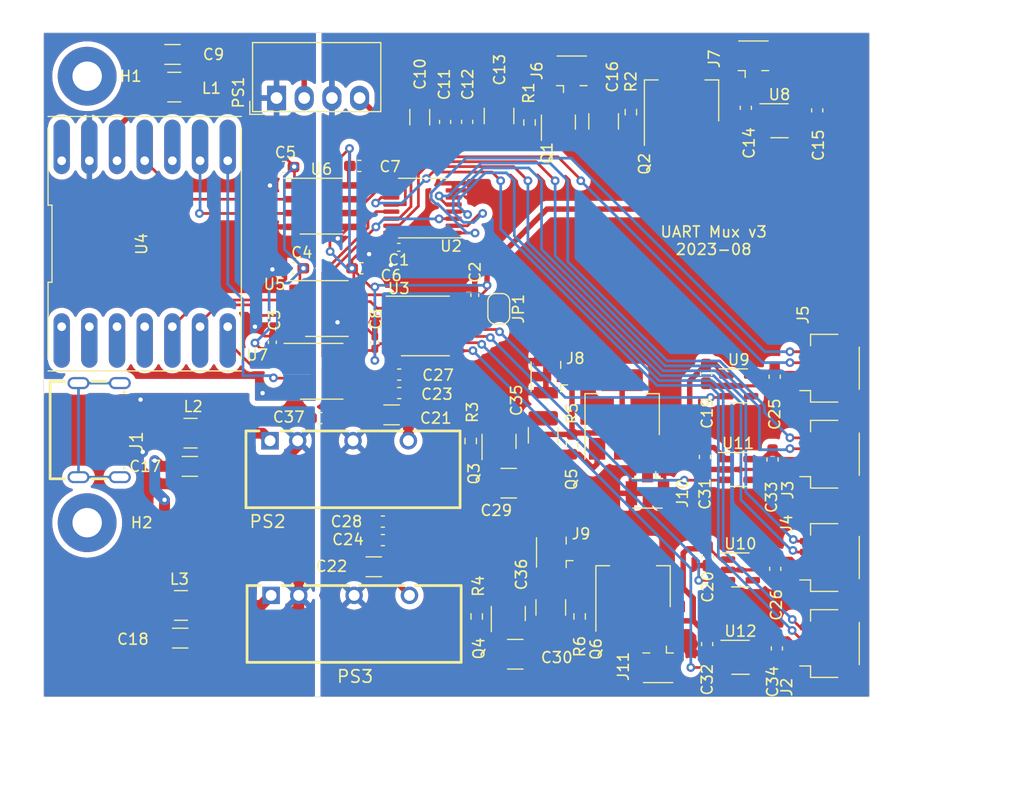
<source format=kicad_pcb>
(kicad_pcb (version 20221018) (generator pcbnew)
  (layers (0 "F.Cu" signal) (31 "B.Cu" signal) (34 "B.Paste" user) (35 "F.Paste" user) (36 "B.SilkS" user "B.Silkscreen") (37 "F.SilkS" user "F.Silkscreen") (38 "B.Mask" user) (39 "F.Mask" user) (44 "Edge.Cuts" user))
  (net 0 "")
  (net 1 "GND")
  (net 2 "Net-(PS1-+Vout)")
  (net 3 "Net-(Q1-B)")
  (net 4 "Net-(J7-In)")
  (net 5 "Net-(Q2-B)")
  (net 6 "/uart_power/power_in")
  (net 7 "/uart_power/gnd_in")
  (net 8 "Net-(J9-In)")
  (net 9 "Net-(PS3-+Vout)")
  (net 10 "VD")
  (net 11 "/A")
  (net 12 "/B")
  (net 13 "GNDPWR")
  (net 14 "Net-(Q3-B)")
  (net 15 "Net-(Q4-B)")
  (net 16 "Net-(J6-In)")
  (net 17 "Net-(J8-In)")
  (net 18 "Net-(PS1-+Vin)")
  (net 19 "Net-(PS3-+Vin)")
  (net 20 "/sda_mc")
  (net 21 "/scl_mc")
  (net 22 "/B_mc")
  (net 23 "/A_mc")
  (net 27 "Net-(J11-In)")
  (net 28 "Net-(PS2-+Vout)")
  (net 29 "Net-(Q5-B)")
  (net 30 "Net-(Q6-B)")
  (net 31 "Net-(J10-In)")
  (net 32 "Net-(PS2-+Vin)")
  (net 35 "/tx_mc")
  (net 36 "/rx_mc")
  (net 45 "/Vout0")
  (net 46 "/Vout2")
  (net 47 "/Vout1")
  (net 48 "/Vout3")
  (net 49 "/X0")
  (net 50 "/X1")
  (net 51 "/Y1")
  (net 52 "/X2")
  (net 53 "/Y2")
  (net 54 "/X3")
  (net 55 "/Y3")
  (net 56 "/Y0")
  (net 57 "/ena3")
  (net 58 "/ena2")
  (net 59 "/ena1")
  (net 60 "/ena0")
  (net 61 "VCC")
  (net 62 "Net-(JP1-A)")
  (net 63 "/scl")
  (net 64 "/sda")
  (net 65 "unconnected-(J1-SHIELD-Pad0)")
  (net 68 "/Sheet626DA5AD/rx")
  (net 69 "/Sheet626DA5AD/tx")
  (footprint "Capacitor_SMD:C_0402_1005Metric_Pad0.74x0.62mm_HandSolder" (layer "F.Cu") (at 120.601191 79.70925 180)
    (fp_text reference "C1")
    (fp_text value "100nF_0402")
  )
  (footprint "Connector_JST:JST_SH_SM04B-SRSS-TB_1x04-1MP_P1.00mm_Horizontal" (layer "F.Cu") (at 160.175 90.8125 90)
    (fp_text reference "J5")
    (fp_text value "JST_SH_Conn_01x04_i2c_uart_horizontal")
  )
  (footprint "Connector_JST:JST_SH_SM04B-SRSS-TB_1x04-1MP_P1.00mm_Horizontal" (layer "F.Cu") (at 160.175 98.7125 90)
    (fp_text reference "J3")
    (fp_text value "JST_SH_Conn_01x04_i2c_uart_horizontal")
  )
  (footprint "Connector_JST:JST_SH_SM04B-SRSS-TB_1x04-1MP_P1.00mm_Horizontal" (layer "F.Cu") (at 160.175 108.2 90)
    (fp_text reference "J4")
    (fp_text value "JST_SH_Conn_01x04_i2c_uart_horizontal")
  )
  (footprint "Connector_JST:JST_SH_SM04B-SRSS-TB_1x04-1MP_P1.00mm_Horizontal" (layer "F.Cu") (at 160.175 116.1 90)
    (fp_text reference "J2")
    (fp_text value "JST_SH_Conn_01x04_i2c_uart_horizontal")
  )
  (footprint "Connector_Coaxial:U.FL_Hirose_U.FL-R-SMT-1_Vertical" (layer "F.Cu") (at 153.15 62.6 90)
    (fp_text reference "J7")
    (fp_text value "Conn_Coaxial")
  )
  (footprint "Connector_Coaxial:U.FL_Hirose_U.FL-R-SMT-1_Vertical" (layer "F.Cu") (at 143.425 101.825 -90)
    (fp_text reference "J10")
    (fp_text value "Conn_Coaxial")
  )
  (footprint "Package_SO:TSSOP-16_4.4x5mm_P0.65mm" (layer "F.Cu") (at 122.776191 76.10925 180)
    (fp_text reference "U2")
    (fp_text value "4052")
  )
  (footprint "Capacitor_SMD:C_0603_1608Metric_Pad1.08x0.95mm_HandSolder" (layer "F.Cu") (at 110.975 81.6375 180)
    (fp_text reference "C4")
    (fp_text value "100nF")
  )
  (footprint "Capacitor_SMD:C_0603_1608Metric_Pad1.08x0.95mm_HandSolder" (layer "F.Cu") (at 117.175 81.6375 180)
    (fp_text reference "C6")
    (fp_text value "100nF")
  )
  (footprint "Capacitor_SMD:C_0603_1608Metric_Pad1.08x0.95mm_HandSolder" (layer "F.Cu") (at 116.975 72.2375 180)
    (fp_text reference "C7")
    (fp_text value "100nF")
  )
  (footprint "Capacitor_SMD:C_0603_1608Metric_Pad1.08x0.95mm_HandSolder" (layer "F.Cu") (at 110.075 72.3375 180)
    (fp_text reference "C5")
    (fp_text value "100nF")
  )
  (footprint "Connector_Coaxial:U.FL_Hirose_U.FL-R-SMT-1_Vertical" (layer "F.Cu") (at 136.475 63.98 90)
    (fp_text reference "J6")
    (fp_text value "Conn_Coaxial")
  )
  (footprint "MountingHole:MountingHole_2.7mm_M2.5_Pad" (layer "F.Cu") (at 92 64)
    (fp_text reference "H1")
    (fp_text value "MountingHole")
  )
  (footprint "MountingHole:MountingHole_2.7mm_M2.5_Pad" (layer "F.Cu") (at 92 105)
    (fp_text reference "H2")
    (fp_text value "MountingHole")
  )
  (footprint "Resistor_SMD:R_0603_1608Metric_Pad0.98x0.95mm_HandSolder" (layer "F.Cu") (at 127.75 113.6125 -90)
    (fp_text reference "R4")
    (fp_text value "1K")
  )
  (footprint "Package_TO_SOT_SMD:SOT-23" (layer "F.Cu") (at 130.65 113.3425 90)
    (fp_text reference "Q4")
    (fp_text value "BC847C")
  )
  (footprint "Package_SO:TSSOP-16_4.4x5mm_P0.65mm" (layer "F.Cu") (at 123.038691 86.93425)
    (fp_text reference "U3")
    (fp_text value "PCA8550PW,112")
  )
  (footprint "Jumper:SolderJumper-2_P1.3mm_Open_RoundedPad1.0x1.5mm" (layer "F.Cu") (at 129.776191 85.35925 -90)
    (fp_text reference "JP1")
    (fp_text value "SolderJumper_2_Open")
  )
  (footprint "Capacitor_SMD:C_1210_3225Metric_Pad1.33x2.70mm_HandSolder" (layer "F.Cu") (at 131.2875 117.0825)
    (fp_text reference "C30")
    (fp_text value "47uF")
  )
  (footprint "Capacitor_SMD:C_0603_1608Metric_Pad1.08x0.95mm_HandSolder" (layer "F.Cu") (at 126.875 68.1875 -90)
    (fp_text reference "C12")
    (fp_text value "10nF")
  )
  (footprint "Capacitor_SMD:C_0603_1608Metric_Pad1.08x0.95mm_HandSolder" (layer "F.Cu") (at 119.1375 106.6)
    (fp_text reference "C24")
    (fp_text value "100nF")
  )
  (footprint "Resistor_SMD:R_0603_1608Metric_Pad0.98x0.95mm_HandSolder" (layer "F.Cu") (at 127.2 97.5 -90)
    (fp_text reference "R3")
    (fp_text value "1K")
  )
  (footprint "Resistor_SMD:R_0603_1608Metric_Pad0.98x0.95mm_HandSolder" (layer "F.Cu") (at 141.9 67.3 -90)
    (fp_text reference "R2")
    (fp_text value "1K")
  )
  (footprint "Package_TO_SOT_SMD:SOT-23-5" (layer "F.Cu") (at 151.8 92.4375)
    (fp_text reference "U9")
    (fp_text value "LP5907MFX-3.3")
  )
  (footprint "Capacitor_SMD:C_0603_1608Metric_Pad1.08x0.95mm_HandSolder" (layer "F.Cu") (at 120.6375 91.4)
    (fp_text reference "C27")
    (fp_text value "10nF")
  )
  (footprint "Package_TO_SOT_SMD:SOT-223-3_TabPin2" (layer "F.Cu") (at 146.55 66.25 90)
    (fp_text reference "Q2")
    (fp_text value "FZT851TA")
  )
  (footprint "Capacitor_SMD:C_1206_3216Metric_Pad1.33x1.80mm_HandSolder" (layer "F.Cu") (at 99.8375 62)
    (fp_text reference "C9")
    (fp_text value "4.7uF_1206_50V")
  )
  (footprint "0my_footprints7:PWRM-TH_B0505S-2WR2_C2992385" (layer "F.Cu") (at 115.13 97.475)
    (fp_text reference "PS2")
    (fp_text value "B0505S-2WR2" hide)
  )
  (footprint "Capacitor_SMD:C_0603_1608Metric_Pad1.08x0.95mm_HandSolder" (layer "F.Cu") (at 148.7 98.9625 -90)
    (fp_text reference "C31")
    (fp_text value "1uF")
  )
  (footprint "Inductor_SMD:L_1210_3225Metric_Pad1.42x2.65mm_HandSolder" (layer "F.Cu") (at 100.6125 112.6 180)
    (fp_text reference "L3")
    (fp_text value "6.8uH")
  )
  (footprint "Capacitor_SMD:C_1206_3216Metric_Pad1.33x1.80mm_HandSolder" (layer "F.Cu") (at 118.3075 109.05 180)
    (fp_text reference "C22")
    (fp_text value "10uF_1206_50V")
  )
  (footprint "Connector_Coaxial:U.FL_Hirose_U.FL-R-SMT-1_Vertical" (layer "F.Cu") (at 135.075 107.725 180)
    (fp_text reference "J9")
    (fp_text value "Conn_Coaxial")
  )
  (footprint "Package_TO_SOT_SMD:SOT-23-5" (layer "F.Cu") (at 151.9625 117.3625)
    (fp_text reference "U12")
    (fp_text value "LP5907MFX-3.3")
  )
  (footprint "Inductor_SMD:L_1210_3225Metric_Pad1.42x2.65mm_HandSolder" (layer "F.Cu") (at 101.4875 96.78 180)
    (fp_text reference "L2")
    (fp_text value "6.8uH")
  )
  (footprint "Converter_DCDC:Converter_DCDC_Murata_MEE1SxxxxSC_THT" (layer "F.Cu") (at 109.38 66 90)
    (fp_text reference "PS1")
    (fp_text value "B0305S")
  )
  (footprint "Capacitor_SMD:C_0603_1608Metric_Pad1.08x0.95mm_HandSolder" (layer "F.Cu") (at 119.1375 104.9)
    (fp_text reference "C28")
    (fp_text value "10nF")
  )
  (footprint "Capacitor_SMD:C_0603_1608Metric_Pad1.08x0.95mm_HandSolder" (layer "F.Cu") (at 148.95 108.075 -90)
    (fp_text reference "C20")
    (fp_text value "1uF")
  )
  (footprint "Capacitor_SMD:C_0402_1005Metric_Pad0.74x0.62mm_HandSolder" (layer "F.Cu") (at 127.576191 84.10925 90)
    (fp_text reference "C2")
    (fp_text value "100nF_0402")
  )
  (footprint "Package_SO:SOIC-8_3.9x4.9mm_P1.27mm" (layer "F.Cu") (at 113.5 75.9325)
    (fp_text reference "U6")
    (fp_text value "PI120")
  )
  (footprint "Package_SO:SOIC-8_3.9x4.9mm_P1.27mm" (layer "F.Cu") (at 114 85.3325)
    (fp_text reference "U5")
    (fp_text value "ISO1541")
  )
  (footprint "Capacitor_SMD:C_1210_3225Metric_Pad1.33x2.70mm_HandSolder" (layer "F.Cu") (at 129.8 67.65 90)
    (fp_text reference "C13")
    (fp_text value "47uF")
  )
  (footprint "Capacitor_SMD:C_0603_1608Metric_Pad1.08x0.95mm_HandSolder" (layer "F.Cu") (at 148.9 116.15 -90)
    (fp_text reference "C32")
    (fp_text value "1uF")
  )
  (footprint "Resistor_SMD:R_0603_1608Metric_Pad0.98x0.95mm_HandSolder" (layer "F.Cu") (at 132.6 68.25 -90)
    (fp_text reference "R1")
    (fp_text value "1K")
  )
  (footprint "Package_TO_SOT_SMD:SOT-23-5" (layer "F.Cu") (at 155.5375 68.0875)
    (fp_text reference "U8")
    (fp_text value "LP5907MFX-3.3")
  )
  (footprint "0my_footprints7:DIP-XIAO-QTPY" (layer "F.Cu") (at 97.28 79.38)
    (fp_text reference "U4")
    (fp_text value "seeed_rp2040")
  )
  (footprint "Capacitor_SMD:C_1206_3216Metric_Pad1.33x1.80mm_HandSolder" (layer "F.Cu") (at 101.425 99.83)
    (fp_text reference "C17")
    (fp_text value "4.7uF_1206_50V")
  )
  (footprint "Capacitor_SMD:C_0603_1608Metric_Pad1.08x0.95mm_HandSolder" (layer "F.Cu") (at 154.9 99.2 -90)
    (fp_text reference "C33")
    (fp_text value "1uF")
  )
  (footprint "0my_footprints6:USB-C-SMD_TYPE-603-T3" (layer "F.Cu") (at 93.103 96.5 -90)
    (fp_text reference "J1")
    (fp_text value "USB_C_TYPE_603_T3" hide)
  )
  (footprint "Capacitor_SMD:C_0603_1608Metric_Pad1.08x0.95mm_HandSolder" (layer "F.Cu") (at 152.45 66.9 -90)
    (fp_text reference "C14")
    (fp_text value "1uF")
  )
  (footprint "Package_TO_SOT_SMD:SOT-223-3_TabPin2" (layer "F.Cu") (at 141.1 95.0625 90)
    (fp_text reference "Q5")
    (fp_text value "FZT851TA")
  )
  (footprint "Capacitor_SMD:C_1210_3225Metric_Pad1.33x2.70mm_HandSolder" (layer "F.Cu") (at 139.4 68.15 90)
    (fp_text reference "C16")
    (fp_text value "47uF")
  )
  (footprint "Package_TO_SOT_SMD:SOT-23-5" (layer "F.Cu") (at 151.95 109.3375)
    (fp_text reference "U10")
    (fp_text value "LP5907MFX-3.3")
  )
  (footprint "Inductor_SMD:L_1210_3225Metric_Pad1.42x2.65mm_HandSolder" (layer "F.Cu") (at 100 65 180)
    (fp_text reference "L1")
    (fp_text value "6.8uH")
  )
  (footprint "Capacitor_SMD:C_0402_1005Metric_Pad0.74x0.62mm_HandSolder" (layer "F.Cu") (at 118.4 88.4675 90)
    (fp_text reference "C8")
    (fp_text value "100nF_0402")
  )
  (footprint "Capacitor_SMD:C_1210_3225Metric_Pad1.33x2.70mm_HandSolder" (layer "F.Cu") (at 133.85 96.975 90)
    (fp_text reference "C35")
    (fp_text value "47uF")
  )
  (footprint "0my_footprints7:PWRM-TH_B0505S-2WR2_C2992385" (layer "F.Cu") (at 115.23 111.675)
    (fp_text reference "PS3")
    (fp_text value "B0505S-2WR2" hide)
  )
  (footprint "Capacitor_SMD:C_0603_1608Metric_Pad1.08x0.95mm_HandSolder" (layer "F.Cu") (at 124.85 68.2 -90)
    (fp_text reference "C11")
    (fp_text value "100nF")
  )
  (footprint "Connector_Coaxial:U.FL_Hirose_U.FL-R-SMT-1_Vertical" (layer "F.Cu") (at 144.4 117.85 -90)
    (fp_text reference "J11")
    (fp_text value "Conn_Coaxial")
  )
  (footprint "Resistor_SMD:R_0603_1608Metric_Pad0.98x0.95mm_HandSolder" (layer "F.Cu") (at 137.2 113.6125 -90)
    (fp_text reference "R6")
    (fp_text value "1K")
  )
  (footprint "Package_SO:SOIC-8_3.9x4.9mm_P1.27mm" (layer "F.Cu") (at 113.525 91.095)
    (fp_text reference "U7")
    (fp_text value "PI121")
  )
  (footprint "Package_TO_SOT_SMD:SOT-23-5" (layer "F.Cu") (at 151.7375 100.1125)
    (fp_text reference "U11")
    (fp_text value "LP5907MFX-3.3")
  )
  (footprint "Connector_Coaxial:U.FL_Hirose_U.FL-R-SMT-1_Vertical" (layer "F.Cu") (at 134.575 91.5875 180)
    (fp_text reference "J8")
    (fp_text value "Conn_Coaxial")
  )
  (footprint "Package_TO_SOT_SMD:SOT-23" (layer "F.Cu") (at 135.25 68.2125 90)
    (fp_text reference "Q1")
    (fp_text value "BC847C")
  )
  (footprint "Capacitor_SMD:C_0603_1608Metric_Pad1.08x0.95mm_HandSolder" (layer "F.Cu") (at 155.15 109.2375 -90)
    (fp_text reference "C26")
    (fp_text value "1uF")
  )
  (footprint "Capacitor_SMD:C_0603_1608Metric_Pad1.08x0.95mm_HandSolder" (layer "F.Cu") (at 148.8 91.3375 -90)
    (fp_text reference "C19")
    (fp_text value "1uF")
  )
  (footprint "Capacitor_SMD:C_1206_3216Metric_Pad1.33x1.80mm_HandSolder" (layer "F.Cu") (at 100.5375 115.6)
    (fp_text reference "C18")
    (fp_text value "4.7uF_1206_50V")
  )
  (footprint "Capacitor_SMD:C_0603_1608Metric_Pad1.08x0.95mm_HandSolder" (layer "F.Cu") (at 155.1 91.6 -90)
    (fp_text reference "C25")
    (fp_text value "1uF")
  )
  (footprint "Resistor_SMD:R_0603_1608Metric_Pad0.98x0.95mm_HandSolder" (layer "F.Cu") (at 136.5 97.805 -90)
    (fp_text reference "R5")
    (fp_text value "1K")
  )
  (footprint "Capacitor_SMD:C_0603_1608Metric_Pad1.08x0.95mm_HandSolder" (layer "F.Cu") (at 113.4 95.4)
    (fp_text reference "C37")
    (fp_text value "1nF")
  )
  (footprint "Capacitor_SMD:C_1210_3225Metric_Pad1.33x2.70mm_HandSolder" (layer "F.Cu") (at 130.6875 101.3725)
    (fp_text reference "C29")
    (fp_text value "47uF")
  )
  (footprint "Capacitor_SMD:C_1206_3216Metric_Pad1.33x1.80mm_HandSolder" (layer "F.Cu") (at 122.525 67.7625 90)
    (fp_text reference "C10")
    (fp_text value "10uF_1206_50V")
  )
  (footprint "Capacitor_SMD:C_1210_3225Metric_Pad1.33x2.70mm_HandSolder" (layer "F.Cu") (at 134.55 112.7825 90)
    (fp_text reference "C36")
    (fp_text value "47uF")
  )
  (footprint "Capacitor_SMD:C_0603_1608Metric_Pad1.08x0.95mm_HandSolder" (layer "F.Cu") (at 159 67.1375 -90)
    (fp_text reference "C15")
    (fp_text value "1uF")
  )
  (footprint "Capacitor_SMD:C_0603_1608Metric_Pad1.08x0.95mm_HandSolder" (layer "F.Cu") (at 120.6375 93.1)
    (fp_text reference "C23")
    (fp_text value "100nF")
  )
  (footprint "Package_TO_SOT_SMD:SOT-223-3_TabPin2" (layer "F.Cu") (at 142.1 110.8625 90)
    (fp_text reference "Q6")
    (fp_text value "FZT851TA")
  )
  (footprint "Capacitor_SMD:C_0402_1005Metric_Pad0.74x0.62mm_HandSolder" (layer "F.Cu") (at 109 88.4325 90)
    (fp_text reference "C3")
    (fp_text value "100nF_0402")
  )
  (footprint "Capacitor_SMD:C_1206_3216Metric_Pad1.33x1.80mm_HandSolder" (layer "F.Cu") (at 119.9375 95.1 180)
    (fp_text reference "C21")
    (fp_text value "10uF_1206_50V")
  )
  (footprint "Package_TO_SOT_SMD:SOT-23" (layer "F.Cu") (at 129.8 97.535 90)
    (fp_text reference "Q3")
    (fp_text value "BC847C")
  )
  (footprint "Capacitor_SMD:C_0603_1608Metric_Pad1.08x0.95mm_HandSolder" (layer "F.Cu") (at 155.3 116.55 -90)
    (fp_text reference "C34")
    (fp_text value "1uF")
  )
  (gr_rect (start 88 60) (end 163.8 121) (stroke (width 0.05)) (fill none) (layer "Edge.Cuts"))
  (gr_text "UART Mux v3\n2023-08" (at 149.5 79.1) (layer "F.SilkS") (effects (font (size 1 1))))
  (segment (start 118.05 81.6375) (end 119.575 81.6375) (width 0.25) (layer "F.Cu") (net 1))
  (segment (start 115.975 77.9245) (end 114.9995 78.9) (width 0.25) (layer "F.Cu") (net 1))
  (segment (start 119.575 81.6375) (end 119.875 81.3375) (width 0.25) (layer "F.Cu") (net 1))
  (segment (start 150.6625 92.4375) (end 149.0375 92.4375) (width 0.5) (layer "F.Cu") (net 1))
  (segment (start 154.3875 109.3375) (end 155.15 110.1) (width 0.25) (layer "F.Cu") (net 1))
  (segment (start 129.176191 86.60925) (end 125.901191 86.60925) (width 0.25) (layer "F.Cu") (net 1))
  (segment (start 149.35 109.3375) (end 148.95 108.9375) (width 0.25) (layer "F.Cu") (net 1))
  (segment (start 150.8125 109.3375) (end 154.3875 109.3375) (width 0.25) (layer "F.Cu") (net 1))
  (segment (start 148.1125 117.0125) (end 147.5 116.4) (width 0.25) (layer "F.Cu") (net 1))
  (segment (start 115.612 87.2375) (end 114.9745 86.6) (width 0.25) (layer "F.Cu") (net 1))
  (segment (start 115.975 77.8375) (end 115.975 77.9245) (width 0.25) (layer "F.Cu") (net 1))
  (segment (start 116.475 87.2375) (end 115.612 87.2375) (width 0.25) (layer "F.Cu") (net 1))
  (segment (start 118.05 81.6375) (end 118.05 80.5125) (width 0.25) (layer "F.Cu") (net 1))
  (segment (start 150.6 100.1125) (end 148.9875 100.1125) (width 0.5) (layer "F.Cu") (net 1))
  (segment (start 118.05 80.5125) (end 117.875 80.3375) (width 0.25) (layer "F.Cu") (net 1))
  (segment (start 116.475 87.2375) (end 117.7375 87.2375) (width 0.25) (layer "F.Cu") (net 1))
  (segment (start 149.0375 92.4375) (end 148.8 92.2) (width 0.5) (layer "F.Cu") (net 1))
  (segment (start 117.7375 87.2375) (end 118.4 87.9) (width 0.25) (layer "F.Cu") (net 1))
  (segment (start 152.775 68.0875) (end 152.45 67.7625) (width 0.25) (layer "F.Cu") (net 1))
  (segment (start 148.9 117.0125) (end 148.1125 117.0125) (width 0.25) (layer "F.Cu") (net 1))
  (segment (start 150.8125 109.3375) (end 149.35 109.3375) (width 0.25) (layer "F.Cu") (net 1))
  (segment (start 148.9875 100.1125) (end 148.7 99.825) (width 0.5) (layer "F.Cu") (net 1))
  (segment (start 129.776191 86.00925) (end 129.176191 86.60925) (width 0.25) (layer "F.Cu") (net 1))
  (segment (start 154.4 68.0875) (end 152.775 68.0875) (width 0.25) (layer "F.Cu") (net 1))
  (via (at 114.9745 86.6) (size 0.8) (drill 0.4) (layers "F.Cu" "B.Cu") (net 1))
  (via (at 114.9995 78.9) (size 0.8) (drill 0.4) (layers "F.Cu" "B.Cu") (net 1))
  (via (at 119.875 81.3375) (size 0.8) (drill 0.4) (layers "F.Cu" "B.Cu") (net 1))
  (via (at 117.875 80.3375) (size 0.8) (drill 0.4) (layers "F.Cu" "B.Cu") (net 1))
  (segment (start 117.225451 79.687951) (end 117.225451 77.449951) (width 0.25) (layer "B.Cu") (net 1))
  (segment (start 117.875 80.3375) (end 117.225451 79.687951) (width 0.25) (layer "B.Cu") (net 1))
  (segment (start 135.1875 67.3375) (end 135.25 67.275) (width 0.5) (layer "F.Cu") (net 2))
  (segment (start 126.8625 69.0625) (end 126.875 69.05) (width 0.5) (layer "F.Cu") (net 2))
  (segment (start 128.325 67.6) (end 132.3375 67.6) (width 0.5) (layer "F.Cu") (net 2))
  (segment (start 132.3375 67.6) (end 132.6 67.3375) (width 0.5) (layer "F.Cu") (net 2))
  (segment (start 124.5875 69.325) (end 124.85 69.0625) (width 0.5) (layer "F.Cu") (net 2))
  (segment (start 122.525 69.325) (end 124.5875 69.325) (width 0.5) (layer "F.Cu") (net 2))
  (segment (start 122.45 69.4) (end 122.525 69.325) (width 0.5) (layer "F.Cu") (net 2))
  (segment (start 132.6 67.3375) (end 135.1875 67.3375) (width 0.5) (layer "F.Cu") (net 2))
  (segment (start 120.4 69.4) (end 122.45 69.4) (width 0.5) (layer "F.Cu") (net 2))
  (segment (start 124.85 69.0625) (end 126.8625 69.0625) (width 0.5) (layer "F.Cu") (net 2))
  (segment (start 117 66) (end 120.4 69.4) (width 0.5) (layer "F.Cu") (net 2))
  (segment (start 126.875 69.05) (end 128.325 67.6) (width 0.5) (layer "F.Cu") (net 2))
  (segment (start 134.2375 69.2125) (end 134.3 69.15) (width 0.5) (layer "F.Cu") (net 3))
  (segment (start 129.8 69.2125) (end 134.2375 69.2125) (width 0.5) (layer "F.Cu") (net 3))
  (segment (start 152.45 66.0375) (end 153.3 66.0375) (width 0.5) (layer "F.Cu") (net 4))
  (segment (start 148.85 69.15) (end 151.9625 66.0375) (width 0.5) (layer "F.Cu") (net 4))
  (segment (start 153.3 66.0375) (end 154.4 67.1375) (width 0.5) (layer "F.Cu") (net 4))
  (segment (start 154.961028 67.1375) (end 155.5125 67.688972) (width 0.5) (layer "F.Cu") (net 4))
  (segment (start 153.15 63.65) (end 153.15 65.3375) (width 0.25) (layer "F.Cu") (net 4))
  (segment (start 151.9625 66.0375) (end 152.45 66.0375) (width 0.5) (layer "F.Cu") (net 4))
  (segment (start 154.4 67.1375) (end 154.961028 67.1375) (width 0.5) (layer "F.Cu") (net 4))
  (segment (start 153.15 65.3375) (end 152.45 66.0375) (width 0.25) (layer "F.Cu") (net 4))
  (segment (start 155.5125 68.486028) (end 154.961028 69.0375) (width 0.5) (layer "F.Cu") (net 4))
  (segment (start 155.5125 67.688972) (end 155.5125 68.486028) (width 0.5) (layer "F.Cu") (net 4))
  (segment (start 154.961028 69.0375) (end 154.4 69.0375) (width 0.5) (layer "F.Cu") (net 4))
  (segment (start 148.85 69.4) (end 148.85 69.15) (width 0.5) (layer "F.Cu") (net 4))
  (segment (start 139.4 69.7125) (end 140.4 69.7125) (width 0.5) (layer "F.Cu") (net 5))
  (segment (start 140.4 69.7125) (end 141.9 68.2125) (width 0.5) (layer "F.Cu") (net 5))
  (segment (start 143.0625 68.2125) (end 144.25 69.4) (width 0.5) (layer "F.Cu") (net 5))
  (segment (start 141.9 68.2125) (end 143.0625 68.2125) (width 0.5) (layer "F.Cu") (net 5))
  (segment (start 96.9 97.1) (end 95.98 98.02) (width 0.25) (layer "F.Cu") (net 6))
  (segment (start 96.9 95.9) (end 96.9 96.8) (width 0.25) (layer "F.Cu") (net 6))
  (segment (start 95.98 98.02) (end 95.001 98.02) (width 0.25) (layer "F.Cu") (net 6))
  (segment (start 95.004 94.98) (end 95.98 94.98) (width 0.25) (layer "F.Cu") (net 6))
  (segment (start 100 96.78) (end 96.92 96.78) (width 1) (layer "F.Cu") (net 6))
  (segment (start 96.9 96.8) (end 96.9 97.1) (width 0.25) (layer "F.Cu") (net 6))
  (segment (start 99.8625 99.83) (end 98.73 99.83) (width 1) (layer "F.Cu") (net 6))
  (segment (start 98.975 112.75) (end 99.125 112.6) (width 1) (layer "F.Cu") (net 6))
  (segment (start 100 99.6925) (end 99.8625 99.83) (width 1) (layer "F.Cu") (net 6))
  (segment (start 96.92 96.78) (end 96.9 96.8) (width 1) (layer "F.Cu") (net 6))
  (segment (start 95.98 94.98) (end 96.9 95.9) (width 0.25) (layer "F.Cu") (net 6))
  (segment (start 100 96.78) (end 100 99.6925) (width 1) (layer "F.Cu") (net 6))
  (segment (start 99.1 102.9) (end 99.1 112.575) (width 1) (layer "F.Cu") (net 6))
  (segment (start 98.975 115.6) (end 98.975 112.75) (width 1) (layer "F.Cu") (net 6))
  (segment (start 99.1 112.575) (end 99.125 112.6) (width 1) (layer "F.Cu") (net 6))
  (segment (start 98.73 99.83) (end 98.2 99.3) (width 1) (layer "F.Cu") (net 6))
  (via (at 98.2 99.3) (size 0.8) (drill 0.4) (layers "F.Cu" "B.Cu") (net 6))
  (via (at 99.1 102.9) (size 0.8) (drill 0.4) (layers "F.Cu" "B.Cu") (net 6))
  (segment (start 98.2 102) (end 99.1 102.9) (width 1) (layer "B.Cu") (net 6))
  (segment (start 98.2 99.3) (end 98.2 102) (width 1) (layer "B.Cu") (net 6))
  (segment (start 92.5 97.698) (end 94.052 99.25) (width 0.25) (layer "F.Cu") (net 7))
  (segment (start 111.42 101.825) (end 109.425 99.83) (width 1) (layer "F.Cu") (net 7))
  (segment (start 102.9875 99.83) (end 109.425 99.83) (width 1) (layer "F.Cu") (net 7))
  (segment (start 95.95 99.25) (end 95.002 99.25) (width 1) (layer "F.Cu") (net 7))
  (segment (start 96.9 93.7) (end 95.052 93.7) (width 1) (layer "F.Cu") (net 7))
  (segment (start 111.42 111.675) (end 111.42 101.825) (width 1) (layer "F.Cu") (net 7))
  (segment (start 95.002 93.75) (end 94.052 93.75) (width 0.25) (layer "F.Cu") (net 7))
  (segment (start 96.7 98.5) (end 97.1 98.5) (width 1) (layer "F.Cu") (net 7))
  (segment (start 102.9875 99.83) (end 101.3875 101.43) (width 1) (layer "F.Cu") (net 7))
  (segment (start 94.052 99.25) (end 95.002 99.25) (width 0.25) (layer "F.Cu") (net 7))
  (segment (start 98.13 101.43) (end 95.95 99.25) (width 1) (layer "F.Cu") (net 7))
  (segment (start 95.95 99.25) (end 96.7 98.5) (width 1) (layer "F.Cu") (net 7))
  (segment (start 102.1 115.6) (end 108.62637 115.6) (width 1) (layer "F.Cu") (net 7))
  (segment (start 94.052 93.75) (end 92.5 95.302) (width 0.25) (layer "F.Cu") (net 7))
  (segment (start 95.052 93.7) (end 95.002 93.75) (width 1) (layer "F.Cu") (net 7))
  (segment (start 109.425 99.83) (end 111.32 97.935) (width 1) (layer "F.Cu") (net 7))
  (segment (start 108.62637 115.6) (end 111.42 112.80637) (width 1) (layer "F.Cu") (net 7))
  (segment (start 111.32 97.935) (end 111.32 97.475) (width 1) (layer "F.Cu") (net 7))
  (segment (start 111.42 112.80637) (end 111.42 111.675) (width 1) (layer "F.Cu") (net 7))
  (segment (start 92.5 95.302) (end 92.5 97.698) (width 0.25) (layer "F.Cu") (net 7))
  (segment (start 101.3875 101.43) (end 98.13 101.43) (width 1) (layer "F.Cu") (net 7))
  (via (at 97.1 98.5) (size 0.8) (drill 0.4) (layers "F.Cu" "B.Cu") (net 7))
  (via (at 96.9 93.7) (size 0.8) (drill 0.4) (layers "F.Cu" "B.Cu") (net 7))
  (segment (start 97.1 98.5) (end 97.1 93.9) (width 1) (layer "B.Cu") (net 7))
  (segment (start 97.1 93.9) (end 96.9 93.7) (width 1) (layer "B.Cu") (net 7))
  (segment (start 131.6 114.28) (end 133.18 112.7) (width 0.5) (layer "F.Cu") (net 8))
  (segment (start 137.2 112.7) (end 137.2 108.8) (width 0.5) (layer "F.Cu") (net 8))
  (segment (start 142.1 114.0125) (end 142.1 107.7125) (width 0.5) (layer "F.Cu") (net 8))
  (segment (start 141.5 111.6) (end 142.1 112.2) (width 0.5) (layer "F.Cu") (net 8))
  (segment (start 133.18 112.7) (end 137.2 112.7) (width 0.5) (layer "F.Cu") (net 8))
  (segment (start 137.2 108.8) (end 136.125 107.725) (width 0.5) (layer "F.Cu") (net 8))
  (segment (start 142.1 112.2) (end 142.1 114.0125) (width 0.5) (layer "F.Cu") (net 8))
  (segment (start 137.2 112.7) (end 138.3 111.6) (width 0.5) (layer "F.Cu") (net 8))
  (segment (start 138.3 111.6) (end 141.5 111.6) (width 0.5) (layer "F.Cu") (net 8))
  (segment (start 127.75 112.7) (end 130.355 112.7) (width 0.5) (layer "F.Cu") (net 9))
  (segment (start 119.87 105.03) (end 120 104.9) (width 0.5) (layer "F.Cu") (net 9))
  (segment (start 119.87 109.05) (end 119.87 105.03) (width 0.5) (layer "F.Cu") (net 9))
  (segment (start 127.75 112.65) (end 127.75 112.7) (width 0.5) (layer "F.Cu") (net 9))
  (segment (start 121.58 111.675) (end 119.87 109.965) (width 0.5) (layer "F.Cu") (net 9))
  (segment (start 130.355 112.7) (end 130.65 112.405) (width 0.5) (layer "F.Cu") (net 9))
  (segment (start 119.87 109.965) (end 119.87 109.05) (width 0.5) (layer "F.Cu") (net 9))
  (segment (start 120 104.9) (end 127.75 112.65) (width 0.5) (layer "F.Cu") (net 9))
  (segment (start 111.05 89.19) (end 109.19 89.19) (width 0.25) (layer "F.Cu") (net 10))
  (segment (start 98.375 61.6) (end 98.375 64.8625) (width 0.5) (layer "F.Cu") (net 10))
  (segment (start 98.5125 66.2125) (end 98.5125 65) (width 0.25) (layer "F.Cu") (net 10))
  (segment (start 111.025 74.0275) (end 111.025 72.4125) (width 0.25) (layer "F.Cu") (net 10))
  (segment (start 94.74 68.7725) (end 98.5125 65) (width 0.5) (layer "F.Cu") (net 10))
  (segment (start 111.025 72.4125) (end 110.95 72.3375) (width 0.25) (layer "F.Cu") (net 10))
  (segment (start 94.74 71.76) (end 94.74 68.7725) (width 0.5) (layer "F.Cu") (net 10))
  (segment (start 110.9625 72.3375) (end 111 72.3) (width 0.25) (layer "F.Cu") (net 10))
  (segment (start 110.95 72.3375) (end 110.9625 72.3375) (width 0.25) (layer "F.Cu") (net 10))
  (segment (start 111.525 81.9625) (end 111.85 81.6375) (width 0.25) (layer "F.Cu") (net 10))
  (segment (start 107.9 89) (end 107.4 88.5) (width 0.25) (layer "F.Cu") (net 10))
  (segment (start 98.375 64.8625) (end 98.5125 65) (width 0.5) (layer "F.Cu") (net 10))
  (segment (start 105.4 66.7) (end 99.2 66.7) (width 0.25) (layer "F.Cu") (net 10))
  (segment (start 109 89) (end 107.9 89) (width 0.25) (layer "F.Cu") (net 10))
  (segment (start 99.2 66.7) (end 99.1 66.8) (width 0.25) (layer "F.Cu") (net 10))
  (segment (start 99.1 66.8) (end 98.5125 66.2125) (width 0.25) (layer "F.Cu") (net 10))
  (segment (start 111 72.3) (end 105.4 66.7) (width 0.25) (layer "F.Cu") (net 10))
  (segment (start 109.19 89.19) (end 109 89) (width 0.25) (layer "F.Cu") (net 10))
  (segment (start 111.525 83.4275) (end 111.525 81.9625) (width 0.25) (layer "F.Cu") (net 10))
  (via (at 111.85 81.6375) (size 0.8) (drill 0.4) (layers "F.Cu" "B.Cu") (net 10))
  (via (at 107.4 88.5) (size 0.8) (drill 0.4) (layers "F.Cu" "B.Cu") (net 10))
  (via (at 111 72.3) (size 0.8) (drill 0.4) (layers "F.Cu" "B.Cu") (net 10))
  (segment (start 110.1 73.2) (end 110.1 79.8875) (width 0.25) (layer "B.Cu") (net 10))
  (segment (start 108.7 83.5) (end 109.2 83) (width 0.25) (layer "B.Cu") (net 10))
  (segment (start 110.4875 83) (end 111.85 81.6375) (width 0.25) (layer "B.Cu") (net 10))
  (segment (start 107.4 88.5) (end 108.7 87.2) (width 0.25) (layer "B.Cu") (net 10))
  (segment (start 109.2 83) (end 110.4875 83) (width 0.25) (layer "B.Cu") (net 10))
  (segment (start 111 72.3) (end 110.1 73.2) (width 0.25) (layer "B.Cu") (net 10))
  (segment (start 108.7 87.2) (end 108.7 83.5) (width 0.25) (layer "B.Cu") (net 10))
  (segment (start 110.1 79.8875) (end 111.85 81.6375) (width 0.25) (layer "B.Cu") (net 10))
  (segment (start 119.913691 74.48425) (end 118.61575 74.48425) (width 0.25) (layer "F.Cu") (net 11))
  (segment (start 118.61575 74.48425) (end 116.5325 76.5675) (width 0.25) (layer "F.Cu") (net 11))
  (segment (start 116.5325 76.5675) (end 115.975 76.5675) (width 0.25) (layer "F.Cu") (net 11))
  (segment (start 116.7025 75.2975) (end 118.1 73.9) (width 0.25) (layer "F.Cu") (net 12))
  (segment (start 115.975 75.2975) (end 116.7025 75.2975) (width 0.25) (layer "F.Cu") (net 12))
  (segment (start 118.1 73.9) (end 119.847941 73.9) (width 0.25) (layer "F.Cu") (net 12))
  (segment (start 119.847941 73.9) (end 119.913691 73.83425) (width 0.25) (layer "F.Cu") (net 12))
  (segment (start 106.475 73.8375) (end 108.575 73.8375) (width 0.25) (layer "F.Cu") (net 13))
  (segment (start 106.475 73.8375) (end 107.975 72.3375) (width 0.25) (layer "F.Cu") (net 13))
  (segment (start 111.525 87.2375) (end 109.6275 87.2375) (width 0.25) (layer "F.Cu") (net 13))
  (segment (start 108.265 87.865) (end 107.4 87) (width 0.25) (layer "F.Cu") (net 13))
  (segment (start 111.05 93) (end 108.2 93) (width 0.25) (layer "F.Cu") (net 13))
  (segment (start 108.2 93) (end 108.1 93.1) (width 0.25) (layer "F.Cu") (net 13))
  (segment (start 109 87.865) (end 108.265 87.865) (width 0.25) (layer "F.Cu") (net 13))
  (segment (start 109 81.7375) (end 110 81.7375) (width 0.25) (layer "F.Cu") (net 13))
  (segment (start 107.975 72.3375) (end 109.2 72.3375) (width 0.25) (layer "F.Cu") (net 13))
  (segment (start 109.6275 87.2375) (end 109 87.865) (width 0.25) (layer "F.Cu") (net 13))
  (segment (start 108.575 73.8375) (end 108.775 74.0375) (width 0.25) (layer "F.Cu") (net 13))
  (via (at 109 81.7375) (size 0.8) (drill 0.4) (layers "F.Cu" "B.Cu") (net 13))
  (via (at 107.4 87) (size 0.8) (drill 0.4) (layers "F.Cu" "B.Cu") (net 13))
  (via (at 108.775 74.0375) (size 0.8) (drill 0.4) (layers "F.Cu" "B.Cu") (net 13))
  (via (at 108.1 93.1) (size 0.8) (drill 0.4) (layers "F.Cu" "B.Cu") (net 13))
  (segment (start 108.775 74.0375) (end 109.174999 74.437499) (width 0.25) (layer "B.Cu") (net 13))
  (segment (start 109.174999 74.437499) (end 109.174999 81.562501) (width 0.25) (layer "B.Cu") (net 13))
  (segment (start 109.174999 81.562501) (end 109 81.7375) (width 0.25) (layer "B.Cu") (net 13))
  (segment (start 128.79 98.4125) (end 128.85 98.4725) (width 0.25) (layer "F.Cu") (net 14))
  (segment (start 129.125 101.3725) (end 129.125 98.7475) (width 0.25) (layer "F.Cu") (net 14))
  (segment (start 127.2 98.4125) (end 128.79 98.4125) (width 0.25) (layer "F.Cu") (net 14))
  (segment (start 129.125 98.7475) (end 128.85 98.4725) (width 0.25) (layer "F.Cu") (net 14))
  (segment (start 129.455 114.525) (end 129.7 114.28) (width 0.5) (layer "F.Cu") (net 15))
  (segment (start 127.75 114.525) (end 127.75 115.1075) (width 0.5) (layer "F.Cu") (net 15))
  (segment (start 127.75 114.525) (end 129.455 114.525) (width 0.5) (layer "F.Cu") (net 15))
  (segment (start 127.75 115.1075) (end 129.725 117.0825) (width 0.5) (layer "F.Cu") (net 15))
  (segment (start 136.2 69.15) (end 136.2 65.305) (width 0.5) (layer "F.Cu") (net 16))
  (segment (start 141.9 66.3875) (end 146.4625 66.3875) (width 0.5) (layer "F.Cu") (net 16))
  (segment (start 136.2 65.305) (end 136.475 65.03) (width 0.5) (layer "F.Cu") (net 16))
  (segment (start 146.55 69.4) (end 146.55 66.3) (width 0.5) (layer "F.Cu") (net 16))
  (segment (start 146.4625 66.3875) (end 146.55 66.3) (width 0.5) (layer "F.Cu") (net 16))
  (segment (start 137.25 68.1) (end 140.552728 68.1) (width 0.5) (layer "F.Cu") (net 16))
  (segment (start 140.552728 68.1) (end 141.9 66.752728) (width 0.5) (layer "F.Cu") (net 16))
  (segment (start 136.2 69.15) (end 137.25 68.1) (width 0.5) (layer "F.Cu") (net 16))
  (segment (start 141.9 66.752728) (end 141.9 66.3875) (width 0.5) (layer "F.Cu") (net 16))
  (segment (start 146.55 66.3) (end 146.55 63.1) (width 0.5) (layer "F.Cu") (net 16))
  (segment (start 130.75 98.4725) (end 132.33 96.8925) (width 0.5) (layer "F.Cu") (net 17))
  (segment (start 132.33 96.8925) (end 136.5 96.8925) (width 0.5) (layer "F.Cu") (net 17))
  (segment (start 136.5 92.4625) (end 135.625 91.5875) (width 0.5) (layer "F.Cu") (net 17))
  (segment (start 140 96.7625) (end 141.1 97.8625) (width 0.5) (layer "F.Cu") (net 17))
  (segment (start 141.1 97.8625) (end 141.1 98.2125) (width 0.5) (layer "F.Cu") (net 17))
  (segment (start 140 96.7625) (end 141.1 95.6625) (width 0.5) (layer "F.Cu") (net 17))
  (segment (start 136.5 96.8925) (end 136.5 92.4625) (width 0.5) (layer "F.Cu") (net 17))
  (segment (start 136.63 96.7625) (end 140 96.7625) (width 0.5) (layer "F.Cu") (net 17))
  (segment (start 136.5 96.8925) (end 136.63 96.7625) (width 0.5) (layer "F.Cu") (net 17))
  (segment (start 141.1 95.6625) (end 141.1 91.9125) (width 0.5) (layer "F.Cu") (net 17))
  (segment (start 105 65) (end 106.9 63.1) (width 0.5) (layer "F.Cu") (net 18))
  (segment (start 111 63.1) (end 111.92 64.02) (width 0.5) (layer "F.Cu") (net 18))
  (segment (start 106.9 63.1) (end 111 63.1) (width 0.5) (layer "F.Cu") (net 18))
  (segment (start 101.4875 65) (end 105 65) (width 0.5) (layer "F.Cu") (net 18))
  (segment (start 111.92 64.02) (end 111.92 66) (width 0.5) (layer "F.Cu") (net 18))
  (segment (start 102.1 112.6) (end 107.955 112.6) (width 1) (layer "F.Cu") (net 19))
  (segment (start 107.955 112.6) (end 108.88 111.675) (width 1) (layer "F.Cu") (net 19))
  (segment (start 111.525 84.6975) (end 111.3775 84.55) (width 0.25) (layer "F.Cu") (net 20))
  (segment (start 102.27 84.55) (end 99.82 87) (width 0.25) (layer "F.Cu") (net 20))
  (segment (start 111.3775 84.55) (end 102.27 84.55) (width 0.25) (layer "F.Cu") (net 20))
  (segment (start 102.36 86.64) (end 104 85) (width 0.25) (layer "F.Cu") (net 21))
  (segment (start 107.9675 85.9675) (end 111.525 85.9675) (width 0.25) (layer "F.Cu") (net 21))
  (segment (start 102.36 87) (end 102.36 86.64) (width 0.25) (layer "F.Cu") (net 21))
  (segment (start 107 85) (end 107.9675 85.9675) (width 0.25) (layer "F.Cu") (net 21))
  (segment (start 104 85) (end 107 85) (width 0.25) (layer "F.Cu") (net 21))
  (segment (start 100.8175 75.2975) (end 97.28 71.76) (width 0.25) (layer "F.Cu") (net 22))
  (segment (start 111.025 75.2975) (end 100.8175 75.2975) (width 0.25) (layer "F.Cu") (net 22))
  (segment (start 110.9925 76.6) (end 111.025 76.5675) (width 0.25) (layer "F.Cu") (net 23))
  (segment (start 102.3 76.6) (end 110.9925 76.6) (width 0.25) (layer "F.Cu") (net 23))
  (via (at 102.3 76.6) (size 0.8) (drill 0.4) (layers "F.Cu" "B.Cu") (net 23))
  (segment (start 102.36 76.54) (end 102.3 76.6) (width 0.25) (layer "B.Cu") (net 23))
  (segment (start 102.36 71.76) (end 102.36 76.54) (width 0.25) (layer "B.Cu") (net 23))
  (segment (start 146.7 107.8) (end 147.1 107.4) (width 0.5) (layer "F.Cu") (net 27))
  (segment (start 150.125 108.3875) (end 148.95 107.2125) (width 0.25) (layer "F.Cu") (net 27))
  (segment (start 147.625 114.0125) (end 147.625 111.925) (width 0.5) (layer "F.Cu") (net 27))
  (segment (start 147.625 111.925) (end 146.7 111) (width 0.5) (layer "F.Cu") (net 27))
  (segment (start 147.625 114.0125) (end 144.4 114.0125) (width 0.5) (layer "F.Cu") (net 27))
  (segment (start 147.1 107.4) (end 148.7625 107.4) (width 0.5) (layer "F.Cu") (net 27))
  (segment (start 144.4 116.8) (end 144.4 114.0125) (width 0.25) (layer "F.Cu") (net 27))
  (segment (start 148.9 115.2875) (end 147.625 114.0125) (width 0.5) (layer "F.Cu") (net 27))
  (segment (start 146.7 111) (end 146.7 107.8) (width 0.5) (layer "F.Cu") (net 27))
  (segment (start 150.8125 108.3875) (end 150.125 108.3875) (width 0.25) (layer "F.Cu") (net 27))
  (segment (start 148.7625 107.4) (end 148.95 107.2125) (width 0.5) (layer "F.Cu") (net 27))
  (segment (start 148.9 115.2875) (end 149.7 115.2875) (width 0.5) (layer "F.Cu") (net 27))
  (segment (start 149.7 115.2875) (end 150.825 116.4125) (width 0.5) (layer "F.Cu") (net 27))
  (segment (start 127.2 96.5875) (end 129.79 96.5875) (width 1) (layer "F.Cu") (net 28))
  (segment (start 121.48 97.475) (end 121.48 91.42) (width 1) (layer "F.Cu") (net 28))
  (segment (start 129.79 96.5875) (end 129.8 96.5975) (width 1) (layer "F.Cu") (net 28))
  (segment (start 122.0125 91.4) (end 127.2 96.5875) (width 1) (layer "F.Cu") (net 28))
  (segment (start 121.5 91.4) (end 122.0125 91.4) (width 1) (layer "F.Cu") (net 28))
  (segment (start 121.48 91.42) (end 121.5 91.4) (width 1) (layer "F.Cu") (net 28))
  (segment (start 136.5 98.7175) (end 137.1175 98.7175) (width 0.5) (layer "F.Cu") (net 29))
  (segment (start 138.8 99.6) (end 138.8 98.2125) (width 0.5) (layer "F.Cu") (net 29))
  (segment (start 138.4 100) (end 138.8 99.6) (width 0.5) (layer "F.Cu") (net 29))
  (segment (start 137.1175 98.7175) (end 138.4 100) (width 0.5) (layer "F.Cu") (net 29))
  (segment (start 133.85 98.5375) (end 136.32 98.5375) (width 0.5) (layer "F.Cu") (net 29))
  (segment (start 136.32 98.5375) (end 136.5 98.7175) (width 0.5) (layer "F.Cu") (net 29))
  (segment (start 139.8 115.9) (end 139.8 114.0125) (width 0.5) (layer "F.Cu") (net 30))
  (segment (start 134.55 114.345) (end 137.02 114.345) (width 0.5) (layer "F.Cu") (net 30))
  (segment (start 137.2 114.525) (end 138.225 114.525) (width 0.5) (layer "F.Cu") (net 30))
  (segment (start 138.225 114.525) (end 139.7 116) (width 0.5) (layer "F.Cu") (net 30))
  (segment (start 137.02 114.345) (end 137.2 114.525) (width 0.5) (layer "F.Cu") (net 30))
  (segment (start 139.7 116) (end 139.8 115.9) (width 0.5) (layer "F.Cu") (net 30))
  (segment (start 147.3 98.2125) (end 148.5875 98.2125) (width 0.5) (layer "F.Cu") (net 31))
  (segment (start 147.3 91.975) (end 148.8 90.475) (width 0.5) (layer "F.Cu") (net 31))
  (segment (start 148.7 98.1) (end 149.5375 98.1) (width 0.5) (layer "F.Cu") (net 31))
  (segment (start 149.65 90.475) (end 150.6625 91.4875) (width 0.5) (layer "F.Cu") (net 31))
  (segment (start 148.5875 98.2125) (end 148.7 98.1) (width 0.5) (layer "F.Cu") (net 31))
  (segment (start 143.425 98.2375) (end 143.4 98.2125) (width 0.25) (layer "F.Cu") (net 31))
  (segment (start 148.8 90.475) (end 149.65 90.475) (width 0.5) (layer "F.Cu") (net 31))
  (segment (start 143.4 98.2125) (end 147.3 98.2125) (width 0.5) (layer "F.Cu") (net 31))
  (segment (start 143.425 100.775) (end 143.425 98.2375) (width 0.25) (layer "F.Cu") (net 31))
  (segment (start 149.5375 98.1) (end 150.6 99.1625) (width 0.5) (layer "F.Cu") (net 31))
  (segment (start 147.3 98.2125) (end 147.3 91.975) (width 0.5) (layer "F.Cu") (net 31))
  (segment (start 108.085 96.78) (end 108.78 97.475) (width 1) (layer "F.Cu") (net 32))
  (segment (start 102.975 96.78) (end 108.085 96.78) (width 1) (layer "F.Cu") (net 32))
  (segment (start 107.04 90.46) (end 111.05 90.46) (width 0.25) (layer "F.Cu") (net 35))
  (segment (start 104.9 87) (end 104.9 88.4) (width 0.25) (layer "F.Cu") (net 35))
  (segment (start 107 90.5) (end 107.04 90.46) (width 0.25) (layer "F.Cu") (net 35))
  (segment (start 104.9 88.4) (end 107 90.5) (width 0.25) (layer "F.Cu") (net 35))
  (segment (start 109.13 91.73) (end 109.1 91.7) (width 0.25) (layer "F.Cu") (net 36))
  (segment (start 111.05 91.73) (end 109.13 91.73) (width 0.25) (layer "F.Cu") (net 36))
  (via (at 109.1 91.7) (size 0.8) (drill 0.4) (layers "F.Cu" "B.Cu") (net 36))
  (segment (start 104.9 83.1) (end 106.3 84.5) (width 0.25) (layer "B.Cu") (net 36))
  (segment (start 108.9 91.5) (end 109.1 91.7) (width 0.25) (layer "B.Cu") (net 36))
  (segment (start 104.9 83.1) (end 104.9 71.76) (width 0.25) (layer "B.Cu") (net 36))
  (segment (start 106.3 84.5) (end 106.3 91.5) (width 0.25) (layer "B.Cu") (net 36))
  (segment (start 106.3 91.5) (end 108.9 91.5) (width 0.25) (layer "B.Cu") (net 36))
  (segment (start 152.9375 91.4875) (end 154.35 91.4875) (width 0.5) (layer "F.Cu") (net 45))
  (segment (start 155.1 90.7375) (end 155.675 91.3125) (width 0.5) (layer "F.Cu") (net 45))
  (segment (start 154.35 91.4875) (end 155.1 90.7375) (width 0.5) (layer "F.Cu") (net 45))
  (segment (start 155.675 91.3125) (end 158.175 91.3125) (width 0.5) (layer "F.Cu") (net 45))
  (segment (start 156.9 108.7) (end 156.575 108.375) (width 0.5) (layer "F.Cu") (net 46))
  (segment (start 153.0875 108.3875) (end 155.1375 108.3875) (width 0.25) (layer "F.Cu") (net 46))
  (segment (start 155.1375 108.3875) (end 155.15 108.375) (width 0.25) (layer "F.Cu") (net 46))
  (segment (start 159.025 108.7) (end 156.9 108.7) (width 0.5) (layer "F.Cu") (net 46))
  (segment (start 156.575 108.375) (end 155.15 108.375) (width 0.5) (layer "F.Cu") (net 46))
  (segment (start 154.9 98.3375) (end 155.775 99.2125) (width 0.5) (layer "F.Cu") (net 47))
  (segment (start 152.875 99.1625) (end 154.075 99.1625) (width 0.5) (layer "F.Cu") (net 47))
  (segment (start 155.775 99.2125) (end 158.175 99.2125) (width 0.5) (layer "F.Cu") (net 47))
  (segment (start 154.075 99.1625) (end 154.9 98.3375) (width 0.5) (layer "F.Cu") (net 47))
  (segment (start 153.1 116.4125) (end 154.575 116.4125) (width 0.5) (layer "F.Cu") (net 48))
  (segment (start 157.2 116.6) (end 156.2875 115.6875) (width 0.5) (layer "F.Cu") (net 48))
  (segment (start 159.025 116.6) (end 157.2 116.6) (width 0.5) (layer "F.Cu") (net 48))
  (segment (start 154.575 116.4125) (end 155.3 115.6875) (width 0.5) (layer "F.Cu") (net 48))
  (segment (start 156.2875 115.6875) (end 155.3 115.6875) (width 0.5) (layer "F.Cu") (net 48))
  (segment (start 158.175 90.3125) (end 156.5125 90.3125) (width 0.25) (layer "F.Cu") (net 49))
  (segment (start 119.913691 75.78425) (end 120.602232 75.78425) (width 0.25) (layer "F.Cu") (net 49))
  (segment (start 121.2 72.927208) (end 122.727208 71.4) (width 0.25) (layer "F.Cu") (net 49))
  (segment (start 156.5125 90.3125) (end 156.5 90.3) (width 0.25) (layer "F.Cu") (net 49))
  (segment (start 120.602232 75.78425) (end 120.617982 75.8) (width 0.25) (layer "F.Cu") (net 49))
  (segment (start 135.2 71.4) (end 137.3 73.5) (width 0.25) (layer "F.Cu") (net 49))
  (segment (start 121.2 75.8) (end 121.2 72.927208) (width 0.25) (layer "F.Cu") (net 49))
  (segment (start 122.727208 71.4) (end 135.2 71.4) (width 0.25) (layer "F.Cu") (net 49))
  (segment (start 120.617982 75.8) (end 121.2 75.8) (width 0.25) (layer "F.Cu") (net 49))
  (via (at 156.5 90.3) (size 0.8) (drill 0.4) (layers "F.Cu" "B.Cu") (net 49))
  (via (at 137.3 73.6) (size 0.8) (drill 0.4) (layers "F.Cu" "B.Cu") (net 49))
  (segment (start 137.3 73.6) (end 154 90.3) (width 0.25) (layer "B.Cu") (net 49))
  (segment (start 154 90.3) (end 156.5 90.3) (width 0.25) (layer "B.Cu") (net 49))
  (segment (start 122.913604 71.85) (end 133.2 71.85) (width 0.25) (layer "F.Cu") (net 50))
  (segment (start 156.5125 98.2125) (end 156.5 98.2) (width 0.25) (layer "F.Cu") (net 50))
  (segment (start 119.913691 77.08425) (end 120.602232 77.08425) (width 0.25) (layer "F.Cu") (net 50))
  (segment (start 133.2 71.85) (end 134.95 73.6) (width 0.25) (layer "F.Cu") (net 50))
  (segment (start 158.175 98.2125) (end 156.5125 98.2125) (width 0.25) (layer "F.Cu") (net 50))
  (segment (start 120.602232 77.08425) (end 121.718198 75.968284) (width 0.25) (layer "F.Cu") (net 50))
  (segment (start 121.718198 73.045406) (end 122.913604 71.85) (width 0.25) (layer "F.Cu") (net 50))
  (segment (start 121.718198 75.968284) (end 121.718198 73.045406) (width 0.25) (layer "F.Cu") (net 50))
  (via (at 134.95 73.6) (size 0.8) (drill 0.4) (layers "F.Cu" "B.Cu") (net 50))
  (via (at 156.5 98.2) (size 0.8) (drill 0.4) (layers "F.Cu" "B.Cu") (net 50))
  (segment (start 156.474695 98.2) (end 156.5 98.2) (width 0.25) (layer "B.Cu") (net 50))
  (segment (start 149.870889 90.6) (end 153.7 94.429111) (width 0.25) (layer "B.Cu") (net 50))
  (segment (start 153.7 94.429111) (end 153.7 98.3) (width 0.25) (layer "B.Cu") (net 50))
  (segment (start 134.95 73.6) (end 134.95 80.504416) (width 0.25) (layer "B.Cu") (net 50))
  (segment (start 134.95 80.504416) (end 145.045584 90.6) (width 0.25) (layer "B.Cu") (net 50))
  (segment (start 145.045584 90.6) (end 149.870889 90.6) (width 0.25) (layer "B.Cu") (net 50))
  (segment (start 153.7 98.3) (end 156.4 98.3) (width 0.25) (layer "B.Cu") (net 50))
  (segment (start 156.4 98.3) (end 156.5 98.2) (width 0.25) (layer "B.Cu") (net 50))
  (segment (start 158.175 97.2125) (end 156.5125 97.2125) (width 0.25) (layer "F.Cu") (net 51))
  (segment (start 124.95015 75.78425) (end 124.302823 75.136923) (width 0.25) (layer "F.Cu") (net 51))
  (segment (start 125.638691 75.78425) (end 124.95015 75.78425) (width 0.25) (layer "F.Cu") (net 51))
  (segment (start 124.302823 75.136923) (end 124.302823 74.994464) (width 0.25) (layer "F.Cu") (net 51))
  (segment (start 156.5125 97.2125) (end 156.5 97.2) (width 0.25) (layer "F.Cu") (net 51))
  (via (at 124.302823 74.994464) (size 0.8) (drill 0.4) (layers "F.Cu" "B.Cu") (net 51))
  (via (at 156.5 97.2) (size 0.8) (drill 0.4) (layers "F.Cu" "B.Cu") (net 51))
  (segment (start 124.302823 74.994464) (end 125.132744 74.994464) (width 0.25) (layer "B.Cu") (net 51))
  (segment (start 145.23198 90.15) (end 136.1 81.01802) (width 0.25) (layer "B.Cu") (net 51))
  (segment (start 150.057285 90.15) (end 145.23198 90.15) (width 0.25) (layer "B.Cu") (net 51))
  (segment (start 128.152208 71.975) (end 134.475 71.975) (width 0.25) (layer "B.Cu") (net 51))
  (segment (start 134.475 71.975) (end 136.1 73.6) (width 0.25) (layer "B.Cu") (net 51))
  (segment (start 154.15 94.242715) (end 150.057285 90.15) (width 0.25) (layer "B.Cu") (net 51))
  (segment (start 154.15 94.85) (end 154.15 94.242715) (width 0.25) (layer "B.Cu") (net 51))
  (segment (start 125.132744 74.994464) (end 128.152208 71.975) (width 0.25) (layer "B.Cu") (net 51))
  (segment (start 156.5 97.2) (end 154.15 94.85) (width 0.25) (layer "B.Cu") (net 51))
  (segment (start 136.1 81.01802) (end 136.1 73.6) (width 0.25) (layer "B.Cu") (net 51))
  (segment (start 122.4 73) (end 123.1 72.3) (width 0.25) (layer "F.Cu") (net 52))
  (segment (start 119.913691 77.73425) (end 120.602232 77.73425) (width 0.25) (layer "F.Cu") (net 52))
  (segment (start 156.923309 107.7) (end 156.771956 107.548647) (width 0.25) (layer "F.Cu") (net 52))
  (segment (start 120.602232 77.73425) (end 122.4 75.936482) (width 0.25) (layer "F.Cu") (net 52))
  (segment (start 123.1 72.3) (end 131.15 72.3) (width 0.25) (layer "F.Cu") (net 52))
  (segment (start 158.175 107.7) (end 156.923309 107.7) (width 0.25) (layer "F.Cu") (net 52))
  (segment (start 131.15 72.3) (end 132.45 73.6) (width 0.25) (layer "F.Cu") (net 52))
  (segment (start 122.4 75.936482) (end 122.4 73) (width 0.25) (layer "F.Cu") (net 52))
  (via (at 156.771956 107.548647) (size 0.8) (drill 0.4) (layers "F.Cu" "B.Cu") (net 52))
  (via (at 132.45 73.6) (size 0.8) (drill 0.4) (layers "F.Cu" "B.Cu") (net 52))
  (segment (start 132.45 73.6) (end 132.45 79.277208) (width 0.25) (layer "B.Cu") (net 52))
  (segment (start 132.45 79.277208) (end 144.672792 91.5) (width 0.25) (layer "B.Cu") (net 52))
  (segment (start 152 94.001903) (end 152 102.9) (width 0.25) (layer "B.Cu") (net 52))
  (segment (start 152 102.9) (end 156.648647 107.548647) (width 0.25) (layer "B.Cu") (net 52))
  (segment (start 149.498097 91.5) (end 152 94.001903) (width 0.25) (layer "B.Cu") (net 52))
  (segment (start 156.648647 107.548647) (end 156.771956 107.548647) (width 0.25) (layer "B.Cu") (net 52))
  (segment (start 144.672792 91.5) (end 149.498097 91.5) (width 0.25) (layer "B.Cu") (net 52))
  (segment (start 125.638691 77.73425) (end 126.906004 77.73425) (width 0.25) (layer "F.Cu") (net 53))
  (segment (start 158.175 106.7) (end 156.955277 106.7) (width 0.25) (layer "F.Cu") (net 53))
  (segment (start 156.955277 106.7) (end 156.804967 106.54969) (width 0.25) (layer "F.Cu") (net 53))
  (segment (start 126.906004 77.73425) (end 128.040254 76.6) (width 0.25) (layer "F.Cu") (net 53))
  (via (at 128.3 76.6) (size 0.8) (drill 0.4) (layers "F.Cu" "B.Cu") (net 53))
  (via (at 156.804967 106.54969) (size 0.8) (drill 0.4) (layers "F.Cu" "B.Cu") (net 53))
  (segment (start 152.45 102.194723) (end 152.45 93.815507) (width 0.25) (layer "B.Cu") (net 53))
  (segment (start 132.525 72.425) (end 133.7 73.6) (width 0.25) (layer "B.Cu") (net 53))
  (segment (start 152.45 93.815507) (end 149.684493 91.05) (width 0.25) (layer "B.Cu") (net 53))
  (segment (start 144.859188 91.05) (end 133.7 79.890812) (width 0.25) (layer "B.Cu") (net 53))
  (segment (start 125.6 75.163604) (end 128.338604 72.425) (width 0.25) (layer "B.Cu") (net 53))
  (segment (start 149.684493 91.05) (end 144.859188 91.05) (width 0.25) (layer "B.Cu") (net 53))
  (segment (start 128.3 76.6) (end 127.47633 77.42367) (width 0.25) (layer "B.Cu") (net 53))
  (segment (start 133.7 79.890812) (end 133.7 73.6) (width 0.25) (layer "B.Cu") (net 53))
  (segment (start 125.6 76.5) (end 125.6 75.163604) (width 0.25) (layer "B.Cu") (net 53))
  (segment (start 126.52367 77.42367) (end 125.6 76.5) (width 0.25) (layer "B.Cu") (net 53))
  (segment (start 128.338604 72.425) (end 132.525 72.425) (width 0.25) (layer "B.Cu") (net 53))
  (segment (start 127.47633 77.42367) (end 126.52367 77.42367) (width 0.25) (layer "B.Cu") (net 53))
  (segment (start 156.804967 106.54969) (end 152.45 102.194723) (width 0.25) (layer "B.Cu") (net 53))
  (segment (start 129.95 73.6) (end 129.15 72.8) (width 0.25) (layer "F.Cu") (net 54))
  (segment (start 158.175 115.6) (end 157.4 115.6) (width 0.25) (layer "F.Cu") (net 54))
  (segment (start 118.990348 75.13425) (end 118.47373 75.650868) (width 0.25) (layer "F.Cu") (net 54))
  (segment (start 129.15 72.8) (end 123.7245 72.8) (width 0.25) (layer "F.Cu") (net 54))
  (segment (start 123.7245 72.8) (end 123.1245 73.4) (width 0.25) (layer "F.Cu") (net 54))
  (segment (start 157.4 115.6) (end 156.7 114.9) (width 0.25) (layer "F.Cu") (net 54))
  (segment (start 119.913691 75.13425) (end 118.990348 75.13425) (width 0.25) (layer "F.Cu") (net 54))
  (via (at 123.1245 73.4) (size 0.8) (drill 0.4) (layers "F.Cu" "B.Cu") (net 54))
  (via (at 156.7 114.9) (size 0.8) (drill 0.4) (layers "F.Cu" "B.Cu") (net 54))
  (via (at 129.95 73.6) (size 0.8) (drill 0.4) (layers "F.Cu" "B.Cu") (net 54))
  (via (at 118.47373 75.650868) (size 0.8) (drill 0.4) (layers "F.Cu" "B.Cu") (net 54))
  (segment (start 120.873632 75.650868) (end 123.1245 73.4) (width 0.25) (layer "B.Cu") (net 54))
  (segment (start 149.925 108.125) (end 149.925 93.199695) (width 0.25) (layer "B.Cu") (net 54))
  (segment (start 129.95 78.05) (end 129.95 73.6) (width 0.25) (layer "B.Cu") (net 54))
  (segment (start 144.3 92.4) (end 129.95 78.05) (width 0.25) (layer "B.Cu") (net 54))
  (segment (start 149.125305 92.4) (end 144.3 92.4) (width 0.25) (layer "B.Cu") (net 54))
  (segment (start 156.7 114.9) (end 149.925 108.125) (width 0.25) (layer "B.Cu") (net 54))
  (segment (start 149.925 93.199695) (end 149.125305 92.4) (width 0.25) (layer "B.Cu") (net 54))
  (segment (start 118.47373 75.650868) (end 120.873632 75.650868) (width 0.25) (layer "B.Cu") (net 54))
  (segment (start 158.175 114.6) (end 157.424599 114.6) (width 0.25) (layer "F.Cu") (net 55))
  (segment (start 157.424599 114.6) (end 156.712548 113.887949) (width 0.25) (layer "F.Cu") (net 55))
  (segment (start 125.638691 76.43425) (end 126.73425 76.43425) (width 0.25) (layer "F.Cu") (net 55))
  (segment (start 126.73425 76.43425) (end 126.916279 76.616279) (width 0.25) (layer "F.Cu") (net 55))
  (segment (start 126.916279 76.616279) (end 126.916279 76.69867) (width 0.25) (layer "F.Cu") (net 55))
  (via (at 156.712548 113.887949) (size 0.8) (drill 0.4) (layers "F.Cu" "B.Cu") (net 55))
  (via (at 126.916279 76.69867) (size 0.8) (drill 0.4) (layers "F.Cu" "B.Cu") (net 55))
  (segment (start 156.712548 113.887949) (end 150.375 107.550401) (width 0.25) (layer "B.Cu") (net 55))
  (segment (start 149.311701 91.95) (end 144.486396 91.95) (width 0.25) (layer "B.Cu") (net 55))
  (segment (start 131.2 78.663604) (end 131.2 73.6) (width 0.25) (layer "B.Cu") (net 55))
  (segment (start 126.848865 76.69867) (end 126.1 75.949805) (width 0.25) (layer "B.Cu") (net 55))
  (segment (start 150.375 107.550401) (end 150.375 93.013299) (width 0.25) (layer "B.Cu") (net 55))
  (segment (start 150.375 93.013299) (end 149.311701 91.95) (width 0.25) (layer "B.Cu") (net 55))
  (segment (start 144.486396 91.95) (end 131.2 78.663604) (width 0.25) (layer "B.Cu") (net 55))
  (segment (start 130.475 72.875) (end 131.2 73.6) (width 0.25) (layer "B.Cu") (net 55))
  (segment (start 126.1 75.949805) (end 126.1 75.3) (width 0.25) (layer "B.Cu") (net 55))
  (segment (start 126.1 75.3) (end 128.525 72.875) (width 0.25) (layer "B.Cu") (net 55))
  (segment (start 126.916279 76.69867) (end 126.848865 76.69867) (width 0.25) (layer "B.Cu") (net 55))
  (segment (start 128.525 72.875) (end 130.475 72.875) (width 0.25) (layer "B.Cu") (net 55))
  (segment (start 126.342981 78.4) (end 127.6 78.4) (width 0.25) (layer "F.Cu") (net 56))
  (segment (start 156.5 89.3) (end 158.1625 89.3) (width 0.25) (layer "F.Cu") (net 56))
  (segment (start 126.327231 78.38425) (end 126.342981 78.4) (width 0.25) (layer "F.Cu") (net 56))
  (segment (start 158.1625 89.3) (end 158.175 89.3125) (width 0.25) (layer "F.Cu") (net 56))
  (segment (start 125.638691 78.38425) (end 126.327231 78.38425) (width 0.25) (layer "F.Cu") (net 56))
  (via (at 156.5 89.3) (size 0.8) (drill 0.4) (layers "F.Cu" "B.Cu") (net 56))
  (via (at 127.6 78.4) (size 0.8) (drill 0.4) (layers "F.Cu" "B.Cu") (net 56))
  (segment (start 127.6 78.4) (end 126.863604 78.4) (width 0.25) (layer "B.Cu") (net 56))
  (segment (start 136.425 71.525) (end 154.2 89.3) (width 0.25) (layer "B.Cu") (net 56))
  (segment (start 123.577823 75.294769) (end 123.577823 74.694159) (width 0.25) (layer "B.Cu") (net 56))
  (segment (start 123.577823 74.694159) (end 126.746982 71.525) (width 0.25) (layer "B.Cu") (net 56))
  (segment (start 154.2 89.3) (end 156.5 89.3) (width 0.25) (layer "B.Cu") (net 56))
  (segment (start 126.746982 71.525) (end 136.425 71.525) (width 0.25) (layer "B.Cu") (net 56))
  (segment (start 124.183068 75.719464) (end 124.002518 75.719464) (width 0.25) (layer "B.Cu") (net 56))
  (segment (start 124.002518 75.719464) (end 123.577823 75.294769) (width 0.25) (layer "B.Cu") (net 56))
  (segment (start 126.863604 78.4) (end 124.183068 75.719464) (width 0.25) (layer "B.Cu") (net 56))
  (segment (start 125.901191 89.20925) (end 127.39075 89.20925) (width 0.25) (layer "F.Cu") (net 57))
  (segment (start 147.4 118.3) (end 150.8125 118.3) (width 0.25) (layer "F.Cu") (net 57))
  (segment (start 150.8125 118.3) (end 150.825 118.3125) (width 0.25) (layer "F.Cu") (net 57))
  (segment (start 127.39075 89.20925) (end 127.4 89.2) (width 0.25) (layer "F.Cu") (net 57))
  (via (at 127.4 89.2) (size 0.8) (drill 0.4) (layers "F.Cu" "B.Cu") (net 57))
  (via (at 147.4 118.3) (size 0.8) (drill 0.4) (layers "F.Cu" "B.Cu") (net 57))
  (segment (start 127.4 89.2) (end 147.4 109.2) (width 0.25) (layer "B.Cu") (net 57))
  (segment (start 147.4 109.2) (end 147.4 118.3) (width 0.25) (layer "B.Cu") (net 57))
  (segment (start 128.069278 88.475) (end 128.213329 88.619051) (width 0.25) (layer "F.Cu") (net 58))
  (segment (start 150.8 110.3) (end 150.8125 110.2875) (width 0.25) (layer "F.Cu") (net 58))
  (segment (start 125.901191 88.55925) (end 125.985441 88.475) (width 0.25) (layer "F.Cu") (net 58))
  (segment (start 125.985441 88.475) (end 128.069278 88.475) (width 0.25) (layer "F.Cu") (net 58))
  (segment (start 148.1245 110.3) (end 150.8 110.3) (width 0.25) (layer "F.Cu") (net 58))
  (via (at 148.1245 110.3) (size 0.8) (drill 0.4) (layers "F.Cu" "B.Cu") (net 58))
  (via (at 128.213329 88.619051) (size 0.8) (drill 0.4) (layers "F.Cu" "B.Cu") (net 58))
  (segment (start 128.213329 88.619051) (end 148.1245 108.530222) (width 0.25) (layer "B.Cu") (net 58))
  (segment (start 148.1245 108.530222) (end 148.1245 110.3) (width 0.25) (layer "B.Cu") (net 58))
  (segment (start 128.894051 87.894051) (end 129 88) (width 0.25) (layer "F.Cu") (net 59))
  (segment (start 150.5625 101.1) (end 150.6 101.0625) (width 0.25) (layer "F.Cu") (net 59))
  (segment (start 125.91639 87.894051) (end 128.894051 87.894051) (width 0.25) (layer "F.Cu") (net 59))
  (segment (start 125.901191 87.90925) (end 125.91639 87.894051) (width 0.25) (layer "F.Cu") (net 59))
  (segment (start 146.8 101.1) (end 150.5625 101.1) (width 0.25) (layer "F.Cu") (net 59))
  (via (at 146.8 101.1) (size 0.8) (drill 0.4) (layers "F.Cu" "B.Cu") (net 59))
  (via (at 129 88) (size 0.8) (drill 0.4) (layers "F.Cu" "B.Cu") (net 59))
  (segment (start 129 88) (end 142.1 101.1) (width 0.25) (layer "B.Cu") (net 59))
  (segment (start 142.1 101.1) (end 146.8 101.1) (width 0.25) (layer "B.Cu") (net 59))
  (segment (start 149.2 93.5) (end 150.55 93.5) (width 0.25) (layer "F.Cu") (net 60))
  (segment (start 150.55 93.5) (end 150.6625 93.3875) (width 0.25) (layer "F.Cu") (net 60))
  (segment (start 129.636561 87.25925) (end 129.847576 87.470265) (width 0.25) (layer "F.Cu") (net 60))
  (segment (start 125.901191 87.25925) (end 129.636561 87.25925) (width 0.25) (layer "F.Cu") (net 60))
  (via (at 149.2 93.5) (size 0.8) (drill 0.4) (layers "F.Cu" "B.Cu") (net 60))
  (via (at 129.847576 87.470265) (size 0.8) (drill 0.4) (layers "F.Cu" "B.Cu") (net 60))
  (segment (start 135.877311 93.5) (end 149.2 93.5) (width 0.25) (layer "B.Cu") (net 60))
  (segment (start 129.847576 87.470265) (end 135.877311 93.5) (width 0.25) (layer "B.Cu") (net 60))
  (segment (start 118.245 89.19) (end 118.4 89.035) (width 0.25) (layer "F.Cu") (net 61))
  (segment (start 116.075 70.6375) (end 116.075 72.2125) (width 0.25) (layer "F.Cu") (net 61))
  (segment (start 116.475 83.4275) (end 116.475 81.8125) (width 0.25) (layer "F.Cu") (net 61))
  (segment (start 125.901191 84.65925) (end 127.558691 84.65925) (width 0.25) (layer "F.Cu") (net 61))
  (segment (start 127.558691 84.65925) (end 127.576191 84.67675) (width 0.25) (layer "F.Cu") (net 61))
  (segment (start 161.8 69.075) (end 161.8 72.2) (width 0.5) (layer "F.Cu") (net 61))
  (segment (start 114.275 72.4375) (end 114.275 80.1375) (width 0.25) (layer "F.Cu") (net 61))
  (segment (start 118.87575 88.55925) (end 120.176191 88.55925) (width 0.25) (layer "F.Cu") (net 61))
  (segment (start 119.726191 78.57175) (end 119.913691 78.38425) (width 0.25) (layer "F.Cu") (net 61))
  (segment (start 118.4 89.035) (end 118.87575 88.55925) (width 0.25) (layer "F.Cu") (net 61))
  (segment (start 116.3 81.6375) (end 118.0105 83.348) (width 0.25) (layer "F.Cu") (net 61))
  (segment (start 117.574695 79.6125) (end 116.3 80.887195) (width 0.25) (layer "F.Cu") (net 61))
  (segment (start 127.576191 84.67675) (end 128.7 83.552941) (width 0.25) (layer "F.Cu") (net 61))
  (segment (start 128.7 83.552941) (end 128.7 83.2) (width 0.25) (layer "F.Cu") (net 61))
  (segment (start 116.1 70.6625) (end 116.075 70.6375) (width 0.25) (layer "F.Cu") (net 61))
  (segment (start 115.975 72.3625) (end 116.1 72.2375) (width 0.25) (layer "F.Cu") (net 61))
  (segment (start 158.1375 67.1375) (end 159 66.275) (width 0.5) (layer "F.Cu") (net 61))
  (segment (start 118.0105 83.348) (end 118.4 83.348) (width 0.25) (layer "F.Cu") (net 61))
  (segment (start 114.275 80.125) (end 114.3 80.1) (width 0.25) (layer "F.Cu") (net 61))
  (segment (start 120.176191 86.60925) (end 120.176191 88.55925) (width 0.25) (layer "F.Cu") (net 61))
  (segment (start 156.675 67.1375) (end 158.1375 67.1375) (width 0.5) (layer "F.Cu") (net 61))
  (segment (start 116.3 80.887195) (end 116.3 81.6375) (width 0.25) (layer "F.Cu") (net 61))
  (segment (start 119.726191 79.70925) (end 119.726191 78.57175) (width 0.25) (layer "F.Cu") (net 61))
  (segment (start 116 89.19) (end 118.245 89.19) (width 0.25) (layer "F.Cu") (net 61))
  (segment (start 157.8 76.2) (end 134.2 76.2) (width 0.5) (layer "F.Cu") (net 61))
  (segment (start 116.1 72.2375) (end 116.1 70.6625) (width 0.25) (layer "F.Cu") (net 61))
  (segment (start 119.726191 79.70925) (end 119.629441 79.6125) (width 0.25) (layer "F.Cu") (net 61))
  (segment (start 116.075 70.6375) (end 114.275 72.4375) (width 0.25) (layer "F.Cu") (net 61))
  (segment (start 119.629441 79.6125) (end 117.574695 79.6125) (width 0.25) (layer "F.Cu") (net 61))
  (segment (start 114.275 80.1375) (end 114.275 80.125) (width 0.25) (layer "F.Cu") (net 61))
  (segment (start 128.7 81.7) (end 128.7 83.2) (width 0.5) (layer "F.Cu") (net 61))
  (segment (start 115.975 74.0275) (end 115.975 72.3625) (width 0.25) (layer "F.Cu") (net 61))
  (segment (start 161.8 72.2) (end 157.8 76.2) (width 0.5) (layer "F.Cu") (net 61))
  (segment (start 118.4 90.1) (end 118.4 89.035) (width 0.25) (layer "F.Cu") (net 61))
  (segment (start 134.2 76.2) (end 128.7 81.7) (width 0.5) (layer "F.Cu") (net 61))
  (segment (start 116.475 81.8125) (end 116.3 81.6375) (width 0.25) (layer "F.Cu") (net 61))
  (segment (start 159 66.275) (end 161.8 69.075) (width 0.5) (layer "F.Cu") (net 61))
  (via (at 116.3 81.6375) (size 0.8) (drill 0.4) (layers "F.Cu" "B.Cu") (net 61))
  (via (at 118.4 90.1) (size 0.8) (drill 0.4) (layers "F.Cu" "B.Cu") (net 61))
  (via (at 118.4 83.348) (size 0.8) (drill 0.4) (layers "F.Cu" "B.Cu") (net 61))
  (via (at 116.075 70.6375) (size 0.8) (drill 0.4) (layers "F.Cu" "B.Cu") (net 61))
  (via (at 114.3 80.1) (size 0.8) (drill 0.4) (layers "F.Cu" "B.Cu") (net 61))
  (via (at 128.7 83.2) (size 0.8) (drill 0.4) (layers "F.Cu" "B.Cu") (net 61))
  (segment (start 116.075 70.6375) (end 116.075 81.4125) (width 0.25) (layer "B.Cu") (net 61))
  (segment (start 115.8375 81.6375) (end 116.3 81.6375) (width 0.25) (layer "B.Cu") (net 61))
  (segment (start 118.548 83.2) (end 118.4 83.348) (width 0.25) (layer "B.Cu") (net 61))
  (segment (start 128.7 83.2) (end 118.548 83.2) (width 0.25) (layer "B.Cu") (net 61))
  (segment (start 116.075 81.4125) (end 116.3 81.6375) (width 0.25) (layer "B.Cu") (net 61))
  (segment (start 114.3 80.1) (end 115.8375 81.6375) (width 0.25) (layer "B.Cu") (net 61))
  (segment (start 118.4 83.348) (end 118.4 90.1) (width 0.25) (layer "B.Cu") (net 61))
  (segment (start 125.961191 85.36925) (end 128.695811 85.36925) (width 0.25) (layer "F.Cu") (net 62))
  (segment (start 125.901191 85.30925) (end 125.961191 85.36925) (width 0.25) (layer "F.Cu") (net 62))
  (segment (start 129.355811 84.70925) (end 129.776191 84.70925) (width 0.25) (layer "F.Cu") (net 62))
  (segment (start 128.695811 85.36925) (end 129.355811 84.70925) (width 0.25) (layer "F.Cu") (net 62))
  (segment (start 115.175 84.225) (end 115.3275 84.0725) (width 0.25) (layer "F.Cu") (net 63))
  (segment (start 119.589441 84.0725) (end 120.176191 84.65925) (width 0.25) (layer "F.Cu") (net 63))
  (segment (start 115.175 85.044251) (end 115.175 84.225) (width 0.25) (layer "F.Cu") (net 63))
  (segment (start 115.3275 84.0725) (end 119.589441 84.0725) (width 0.25) (layer "F.Cu") (net 63))
  (segment (start 116.475 85.9675) (end 116.098249 85.9675) (width 0.25) (layer "F.Cu") (net 63))
  (segment (start 116.098249 85.9675) (end 115.175 85.044251) (width 0.25) (layer "F.Cu") (net 63))
  (segment (start 117.9975 84.6975) (end 118.60925 85.30925) (width 0.25) (layer "F.Cu") (net 64))
  (segment (start 118.60925 85.30925) (end 120.176191 85.30925) (width 0.25) (layer "F.Cu") (net 64))
  (segment (start 116.475 84.6975) (end 117.9975 84.6975) (width 0.25) (layer "F.Cu") (net 64))
  (segment (start 95.002 92.18) (end 91.202 92.18) (width 0.25) (layer "B.Cu") (net 65))
  (segment (start 91.202 100.82) (end 91.202 92.18) (width 0.25) (layer "B.Cu") (net 65))
  (segment (start 95.002 100.82) (end 91.202 100.82) (width 0.25) (layer "B.Cu") (net 65))
  (segment (start 115.623249 91.73) (end 113.613604 89.720355) (width 0.25) (layer "F.Cu") (net 68))
  (segment (start 117.775 77.188604) (end 118.529354 76.43425) (width 0.25) (layer "F.Cu") (net 68))
  (segment (start 117.775 77.9) (end 117.775 77.188604) (width 0.25) (layer "F.Cu") (net 68))
  (segment (start 116 91.73) (end 115.623249 91.73) (width 0.25) (layer "F.Cu") (net 68))
  (segment (start 118.529354 76.43425) (end 119.913691 76.43425) (width 0.25) (layer "F.Cu") (net 68))
  (segment (start 113.613604 82.061396) (end 117.775 77.9) (width 0.25) (layer "F.Cu") (net 68))
  (segment (start 113.613604 89.720355) (end 113.613604 82.061396) (width 0.25) (layer "F.Cu") (net 68))
  (segment (start 124.31575 77.08425) (end 124.3 77.1) (width 0.25) (layer "F.Cu") (net 69))
  (segment (start 114.063604 88.900355) (end 114.063604 82.272792) (width 0.25) (layer "F.Cu") (net 69))
  (segment (start 125.638691 77.08425) (end 124.31575 77.08425) (width 0.25) (layer "F.Cu") (net 69))
  (segment (start 115.623249 90.46) (end 114.063604 88.900355) (width 0.25) (layer "F.Cu") (net 69))
  (segment (start 114.063604 82.272792) (end 118.5 77.836396) (width 0.25) (layer "F.Cu") (net 69))
  (segment (start 116 90.46) (end 115.623249 90.46) (width 0.25) (layer "F.Cu") (net 69))
  (via (at 118.5 77.836396) (size 0.8) (drill 0.4) (layers "F.Cu" "B.Cu") (net 69))
  (via (at 124.3 77.1) (size 0.8) (drill 0.4) (layers "F.Cu" "B.Cu") (net 69))
  (segment (start 119.236396 77.1) (end 118.5 77.836396) (width 0.25) (layer "B.Cu") (net 69))
  (segment (start 124.3 77.1) (end 119.236396 77.1) (width 0.25) (layer "B.Cu") (net 69))
  (zone (net 1) (net_name "GND") (layer "F.Cu") (connect_pads (clearance 0.508)) (min_thickness 0.254) (fill yes (thermal_gap 0.508) (thermal_bridge_width 0.508))
    (polygon (pts (xy 178 123) (xy 85 123) (xy 85 58) (xy 178 58)))
  )
  (zone (net 13) (net_name "GNDPWR") (layers "F&B.Cu") (priority 1) (connect_pads (clearance 0.508)) (min_thickness 0.25) (fill yes (thermal_gap 0.5) (thermal_bridge_width 0.5))
    (polygon (pts (xy 87 59) (xy 113 59) (xy 113 91.8) (xy 87 91.8)))
  )
  (zone (net 13) (net_name "GNDPWR") (layers "F&B.Cu") (priority 2) (connect_pads (clearance 0.508)) (min_thickness 0.25) (fill yes (thermal_gap 0.5) (thermal_bridge_width 0.5))
    (polygon (pts (xy 107.4 91.4) (xy 113 91.4) (xy 113 93.8) (xy 107.4 93.8)))
  )
  (zone (net 7) (net_name "/uart_power/gnd_in") (layers "F&B.Cu") (priority 1) (connect_pads (clearance 0.508)) (min_thickness 0.25) (fill yes (thermal_gap 0.5) (thermal_bridge_width 0.5))
    (polygon (pts (xy 86.9 93.1) (xy 112.9 93.1) (xy 112.9 124.9) (xy 86.9 124.9)))
  )
  (zone (net 1) (net_name "GND") (layer "B.Cu") (connect_pads (clearance 0.508)) (min_thickness 0.254) (fill yes (thermal_gap 0.508) (thermal_bridge_width 0.508))
    (polygon (pts (xy 175 122) (xy 84 122) (xy 84 57) (xy 175 57)))
  )
)
</source>
